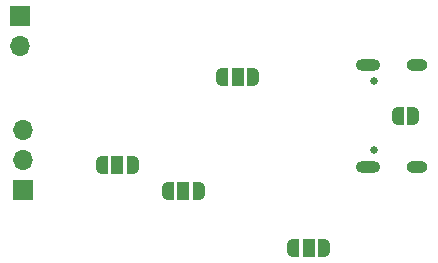
<source format=gbs>
G04 #@! TF.GenerationSoftware,KiCad,Pcbnew,7.0.10*
G04 #@! TF.CreationDate,2024-02-28T00:56:54-06:00*
G04 #@! TF.ProjectId,sensingBoard,73656e73-696e-4674-926f-6172642e6b69,rev?*
G04 #@! TF.SameCoordinates,Original*
G04 #@! TF.FileFunction,Soldermask,Bot*
G04 #@! TF.FilePolarity,Negative*
%FSLAX46Y46*%
G04 Gerber Fmt 4.6, Leading zero omitted, Abs format (unit mm)*
G04 Created by KiCad (PCBNEW 7.0.10) date 2024-02-28 00:56:54*
%MOMM*%
%LPD*%
G01*
G04 APERTURE LIST*
G04 Aperture macros list*
%AMFreePoly0*
4,1,19,0.550000,-0.750000,0.000000,-0.750000,0.000000,-0.744911,-0.071157,-0.744911,-0.207708,-0.704816,-0.327430,-0.627875,-0.420627,-0.520320,-0.479746,-0.390866,-0.500000,-0.250000,-0.500000,0.250000,-0.479746,0.390866,-0.420627,0.520320,-0.327430,0.627875,-0.207708,0.704816,-0.071157,0.744911,0.000000,0.744911,0.000000,0.750000,0.550000,0.750000,0.550000,-0.750000,0.550000,-0.750000,
$1*%
%AMFreePoly1*
4,1,19,0.000000,0.744911,0.071157,0.744911,0.207708,0.704816,0.327430,0.627875,0.420627,0.520320,0.479746,0.390866,0.500000,0.250000,0.500000,-0.250000,0.479746,-0.390866,0.420627,-0.520320,0.327430,-0.627875,0.207708,-0.704816,0.071157,-0.744911,0.000000,-0.744911,0.000000,-0.750000,-0.550000,-0.750000,-0.550000,0.750000,0.000000,0.750000,0.000000,0.744911,0.000000,0.744911,
$1*%
%AMFreePoly2*
4,1,19,0.500000,-0.750000,0.000000,-0.750000,0.000000,-0.744911,-0.071157,-0.744911,-0.207708,-0.704816,-0.327430,-0.627875,-0.420627,-0.520320,-0.479746,-0.390866,-0.500000,-0.250000,-0.500000,0.250000,-0.479746,0.390866,-0.420627,0.520320,-0.327430,0.627875,-0.207708,0.704816,-0.071157,0.744911,0.000000,0.744911,0.000000,0.750000,0.500000,0.750000,0.500000,-0.750000,0.500000,-0.750000,
$1*%
%AMFreePoly3*
4,1,19,0.000000,0.744911,0.071157,0.744911,0.207708,0.704816,0.327430,0.627875,0.420627,0.520320,0.479746,0.390866,0.500000,0.250000,0.500000,-0.250000,0.479746,-0.390866,0.420627,-0.520320,0.327430,-0.627875,0.207708,-0.704816,0.071157,-0.744911,0.000000,-0.744911,0.000000,-0.750000,-0.500000,-0.750000,-0.500000,0.750000,0.000000,0.750000,0.000000,0.744911,0.000000,0.744911,
$1*%
G04 Aperture macros list end*
%ADD10R,1.700000X1.700000*%
%ADD11O,1.700000X1.700000*%
%ADD12C,0.650000*%
%ADD13O,2.100000X1.000000*%
%ADD14O,1.800000X1.000000*%
%ADD15FreePoly0,180.000000*%
%ADD16R,1.000000X1.500000*%
%ADD17FreePoly1,180.000000*%
%ADD18FreePoly2,180.000000*%
%ADD19FreePoly3,180.000000*%
G04 APERTURE END LIST*
D10*
X52000000Y-70180000D03*
D11*
X52000000Y-67640000D03*
X52000000Y-65100000D03*
D10*
X51800000Y-55460000D03*
D11*
X51800000Y-58000000D03*
D12*
X81695000Y-66790000D03*
X81695000Y-61010000D03*
D13*
X81195000Y-68220000D03*
D14*
X85375000Y-68220000D03*
D13*
X81195000Y-59580000D03*
D14*
X85375000Y-59580000D03*
D15*
X61300000Y-68100000D03*
D16*
X60000000Y-68100000D03*
D17*
X58700000Y-68100000D03*
D18*
X85050000Y-63900000D03*
D19*
X83750000Y-63900000D03*
D15*
X66900000Y-70300000D03*
D16*
X65600000Y-70300000D03*
D17*
X64300000Y-70300000D03*
D15*
X77500000Y-75100000D03*
D16*
X76200000Y-75100000D03*
D17*
X74900000Y-75100000D03*
D15*
X71500000Y-60600000D03*
D16*
X70200000Y-60600000D03*
D17*
X68900000Y-60600000D03*
M02*

</source>
